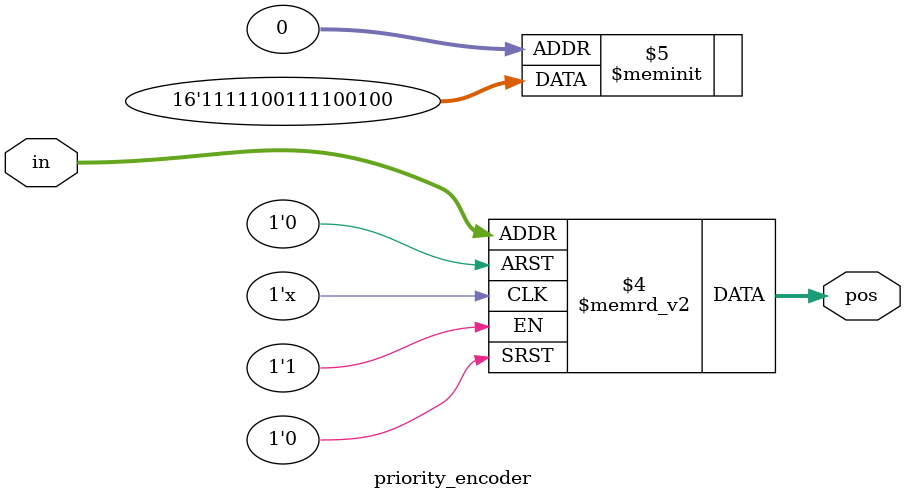
<source format=v>
module priority_encoder( 
input [2:0] in,
output reg [1:0] pos ); 
// When sel=1, assign b to out
always @ ( in )
begin
	casex ( in )
	//3'b000
	0: pos = 2'b00;
	//3'b001
	1: pos = 2'b01;
	//3'b010
	2: pos = 2'b10;
	//3'b011
	3: pos = 2'b11;
	//3'b100
	4: pos = 2'b01;
	//3'b101
	5: pos = 2'b10;
	//3'b110
	6: pos = 2'b11;
	//3'b111
	7: pos = 2'b11;
	// default
	default: pos = 2'b00;
	endcase
end
endmodule

</source>
